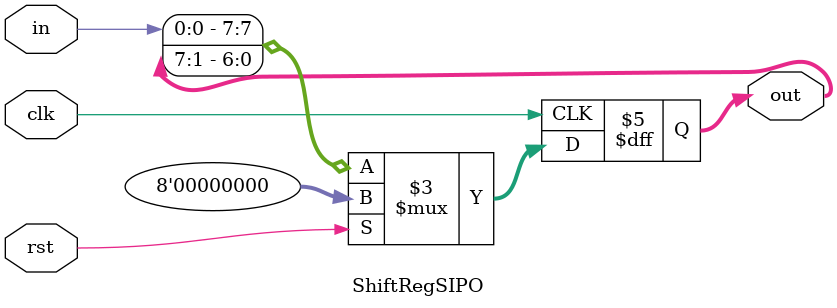
<source format=v>
`timescale 1ns / 1ps
module ShiftRegSIPO(out, in, clk, rst);
	input clk, rst, in;
	output reg [7:0] out;
	
	always @ (posedge clk) begin
		if(rst) begin
			out <= 8'b0;
		end
		else begin 
			out <= {in, out[7:1]};
		end
	end
endmodule

</source>
